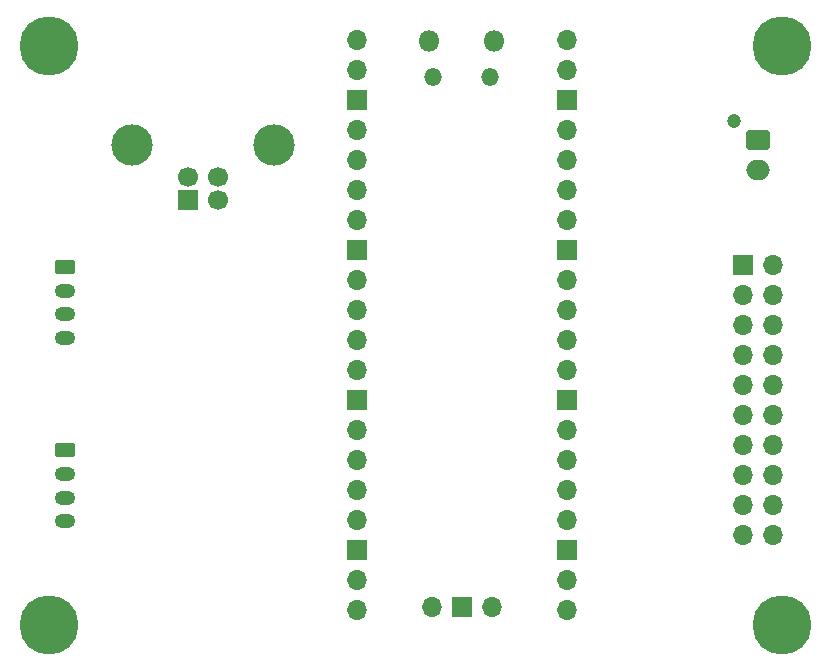
<source format=gbr>
G04 #@! TF.GenerationSoftware,KiCad,Pcbnew,(6.0.0)*
G04 #@! TF.CreationDate,2022-10-11T17:00:54+02:00*
G04 #@! TF.ProjectId,smol-jvs,736d6f6c-2d6a-4767-932e-6b696361645f,rev?*
G04 #@! TF.SameCoordinates,Original*
G04 #@! TF.FileFunction,Soldermask,Bot*
G04 #@! TF.FilePolarity,Negative*
%FSLAX46Y46*%
G04 Gerber Fmt 4.6, Leading zero omitted, Abs format (unit mm)*
G04 Created by KiCad (PCBNEW (6.0.0)) date 2022-10-11 17:00:54*
%MOMM*%
%LPD*%
G01*
G04 APERTURE LIST*
G04 Aperture macros list*
%AMRoundRect*
0 Rectangle with rounded corners*
0 $1 Rounding radius*
0 $2 $3 $4 $5 $6 $7 $8 $9 X,Y pos of 4 corners*
0 Add a 4 corners polygon primitive as box body*
4,1,4,$2,$3,$4,$5,$6,$7,$8,$9,$2,$3,0*
0 Add four circle primitives for the rounded corners*
1,1,$1+$1,$2,$3*
1,1,$1+$1,$4,$5*
1,1,$1+$1,$6,$7*
1,1,$1+$1,$8,$9*
0 Add four rect primitives between the rounded corners*
20,1,$1+$1,$2,$3,$4,$5,0*
20,1,$1+$1,$4,$5,$6,$7,0*
20,1,$1+$1,$6,$7,$8,$9,0*
20,1,$1+$1,$8,$9,$2,$3,0*%
G04 Aperture macros list end*
%ADD10R,1.700000X1.700000*%
%ADD11C,1.700000*%
%ADD12C,3.500000*%
%ADD13O,1.500000X1.500000*%
%ADD14O,1.800000X1.800000*%
%ADD15O,1.700000X1.700000*%
%ADD16C,1.200000*%
%ADD17RoundRect,0.250000X-0.750000X0.600000X-0.750000X-0.600000X0.750000X-0.600000X0.750000X0.600000X0*%
%ADD18O,2.000000X1.700000*%
%ADD19C,5.000000*%
%ADD20RoundRect,0.250000X-0.625000X0.350000X-0.625000X-0.350000X0.625000X-0.350000X0.625000X0.350000X0*%
%ADD21O,1.750000X1.200000*%
G04 APERTURE END LIST*
D10*
G04 #@! TO.C,J1*
X186750000Y-60077500D03*
D11*
X189250000Y-60077500D03*
X189250000Y-58077500D03*
X186750000Y-58077500D03*
D12*
X181980000Y-55367500D03*
X194020000Y-55367500D03*
G04 #@! TD*
D13*
G04 #@! TO.C,U2*
X207475000Y-49630000D03*
D14*
X207175000Y-46600000D03*
D13*
X212325000Y-49630000D03*
D14*
X212625000Y-46600000D03*
D15*
X201010000Y-46470000D03*
X201010000Y-49010000D03*
D10*
X201010000Y-51550000D03*
D15*
X201010000Y-54090000D03*
X201010000Y-56630000D03*
X201010000Y-59170000D03*
X201010000Y-61710000D03*
D10*
X201010000Y-64250000D03*
D15*
X201010000Y-66790000D03*
X201010000Y-69330000D03*
X201010000Y-71870000D03*
X201010000Y-74410000D03*
D10*
X201010000Y-76950000D03*
D15*
X201010000Y-79490000D03*
X201010000Y-82030000D03*
X201010000Y-84570000D03*
X201010000Y-87110000D03*
D10*
X201010000Y-89650000D03*
D15*
X201010000Y-92190000D03*
X201010000Y-94730000D03*
X218790000Y-94730000D03*
X218790000Y-92190000D03*
D10*
X218790000Y-89650000D03*
D15*
X218790000Y-87110000D03*
X218790000Y-84570000D03*
X218790000Y-82030000D03*
X218790000Y-79490000D03*
D10*
X218790000Y-76950000D03*
D15*
X218790000Y-74410000D03*
X218790000Y-71870000D03*
X218790000Y-69330000D03*
X218790000Y-66790000D03*
D10*
X218790000Y-64250000D03*
D15*
X218790000Y-61710000D03*
X218790000Y-59170000D03*
X218790000Y-56630000D03*
X218790000Y-54090000D03*
D10*
X218790000Y-51550000D03*
D15*
X218790000Y-49010000D03*
X218790000Y-46470000D03*
X207360000Y-94500000D03*
D10*
X209900000Y-94500000D03*
D15*
X212440000Y-94500000D03*
G04 #@! TD*
D16*
G04 #@! TO.C,J5*
X233000000Y-53400000D03*
D17*
X235000000Y-55000000D03*
D18*
X235000000Y-57500000D03*
G04 #@! TD*
D10*
G04 #@! TO.C,J6*
X233725000Y-65575000D03*
D15*
X236265000Y-65575000D03*
X233725000Y-68115000D03*
X236265000Y-68115000D03*
X233725000Y-70655000D03*
X236265000Y-70655000D03*
X233725000Y-73195000D03*
X236265000Y-73195000D03*
X233725000Y-75735000D03*
X236265000Y-75735000D03*
X233725000Y-78275000D03*
X236265000Y-78275000D03*
X233725000Y-80815000D03*
X236265000Y-80815000D03*
X233725000Y-83355000D03*
X236265000Y-83355000D03*
X233725000Y-85895000D03*
X236265000Y-85895000D03*
X233725000Y-88435000D03*
X236265000Y-88435000D03*
G04 #@! TD*
D19*
G04 #@! TO.C,H4*
X237000000Y-96000000D03*
G04 #@! TD*
D20*
G04 #@! TO.C,J3*
X176300000Y-81250000D03*
D21*
X176300000Y-83250000D03*
X176300000Y-85250000D03*
X176300000Y-87250000D03*
G04 #@! TD*
D19*
G04 #@! TO.C,H3*
X175000000Y-96000000D03*
G04 #@! TD*
D20*
G04 #@! TO.C,J2*
X176300000Y-65750000D03*
D21*
X176300000Y-67750000D03*
X176300000Y-69750000D03*
X176300000Y-71750000D03*
G04 #@! TD*
D19*
G04 #@! TO.C,H2*
X237000000Y-47000000D03*
G04 #@! TD*
G04 #@! TO.C,H1*
X175000000Y-47000000D03*
G04 #@! TD*
M02*

</source>
